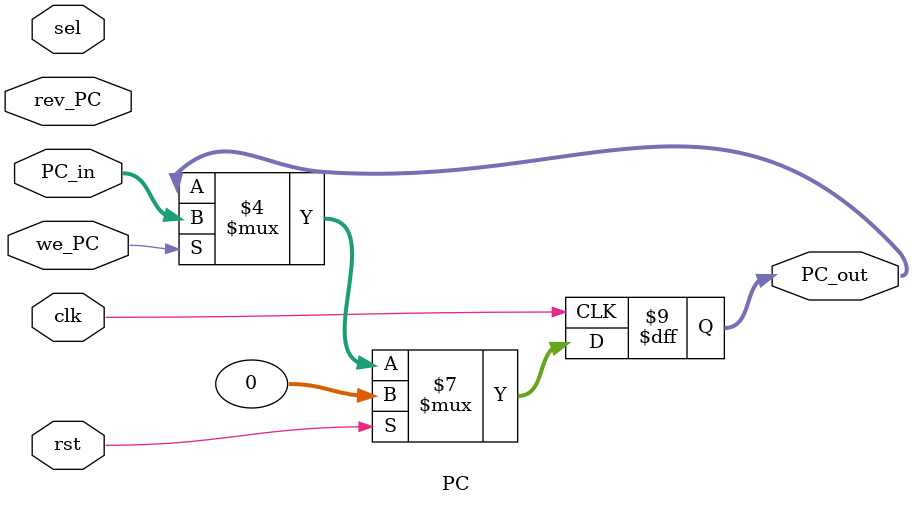
<source format=v>
module PC(sel, clk, rst, we_PC, rev_PC, PC_in, PC_out); // Program counter
	
	input clk, rst, we_PC, rev_PC;
	input [1:0] sel; // Unused if PC_in logic is external, but keeping to match port order
	input [31:0] PC_in; // This is mapped to PC_in in Core.v
	output reg [31:0] PC_out;
	
	always @(posedge clk) begin
        // $display("PC Update: rst=%b we_PC=%b PC_in=%h", rst, we_PC, PC_in);
		if (rst) begin
			PC_out <= 32'h0;
		end
		else begin 
			if (we_PC) begin
				if (rev_PC)
					PC_out <= PC_in; // This looks like it reverses? or just loads?
				else
					PC_out <= PC_in;
			end
		end
	end
endmodule
</source>
